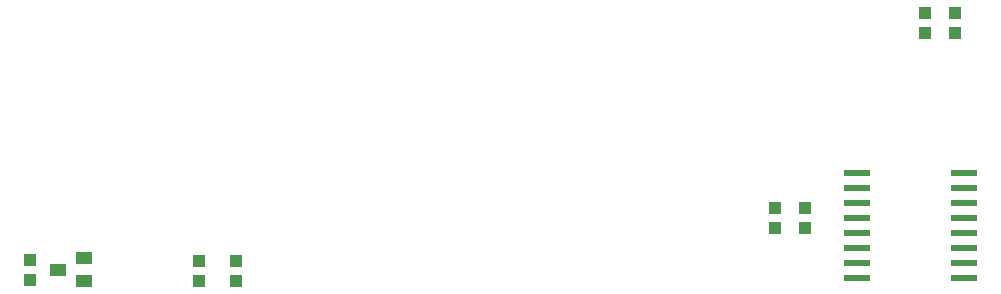
<source format=gtp>
G75*
%MOIN*%
%OFA0B0*%
%FSLAX24Y24*%
%IPPOS*%
%LPD*%
%AMOC8*
5,1,8,0,0,1.08239X$1,22.5*
%
%ADD10R,0.0900X0.0220*%
%ADD11R,0.0551X0.0394*%
%ADD12R,0.0433X0.0394*%
%ADD13R,0.0394X0.0433*%
D10*
X032400Y001180D03*
X032400Y001680D03*
X032400Y002180D03*
X032400Y002680D03*
X032400Y003180D03*
X032400Y003680D03*
X032400Y004180D03*
X032400Y004680D03*
X035960Y004680D03*
X035960Y004180D03*
X035960Y003680D03*
X035960Y003180D03*
X035960Y002680D03*
X035960Y002180D03*
X035960Y001680D03*
X035960Y001180D03*
D11*
X006628Y001080D03*
X005761Y001454D03*
X006628Y001828D03*
D12*
X004845Y001119D03*
X004845Y001788D03*
X010465Y001741D03*
X011715Y001741D03*
X011715Y001072D03*
X010465Y001072D03*
X034680Y009345D03*
X035680Y009345D03*
X035680Y010015D03*
X034680Y010015D03*
D13*
X030680Y003515D03*
X029680Y003515D03*
X029680Y002845D03*
X030680Y002845D03*
M02*

</source>
